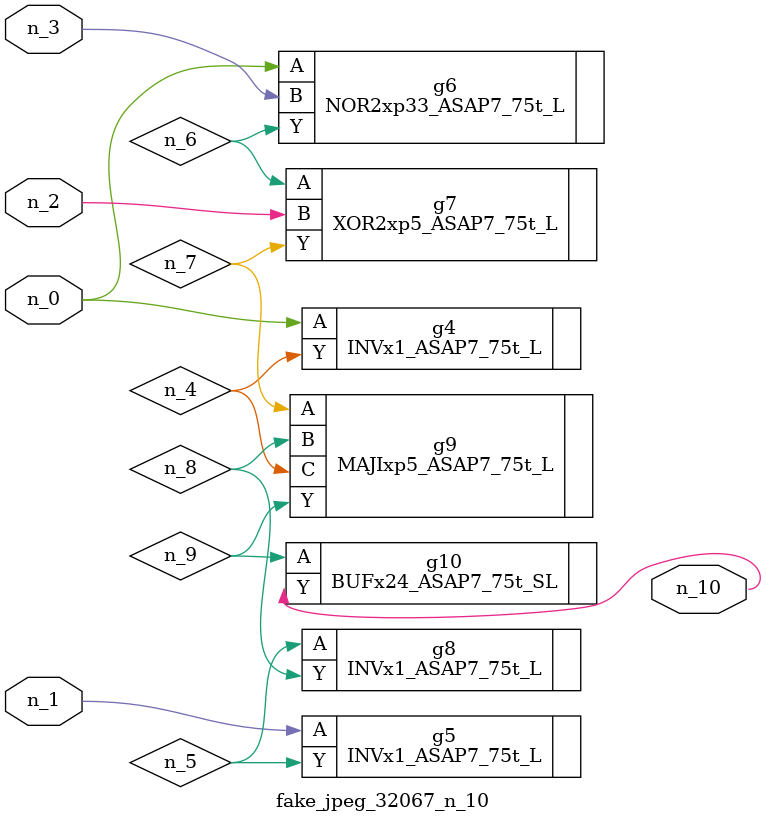
<source format=v>
module fake_jpeg_32067_n_10 (n_0, n_3, n_2, n_1, n_10);

input n_0;
input n_3;
input n_2;
input n_1;

output n_10;

wire n_4;
wire n_8;
wire n_9;
wire n_6;
wire n_5;
wire n_7;

INVx1_ASAP7_75t_L g4 ( 
.A(n_0),
.Y(n_4)
);

INVx1_ASAP7_75t_L g5 ( 
.A(n_1),
.Y(n_5)
);

NOR2xp33_ASAP7_75t_L g6 ( 
.A(n_0),
.B(n_3),
.Y(n_6)
);

XOR2xp5_ASAP7_75t_L g7 ( 
.A(n_6),
.B(n_2),
.Y(n_7)
);

MAJIxp5_ASAP7_75t_L g9 ( 
.A(n_7),
.B(n_8),
.C(n_4),
.Y(n_9)
);

INVx1_ASAP7_75t_L g8 ( 
.A(n_5),
.Y(n_8)
);

BUFx24_ASAP7_75t_SL g10 ( 
.A(n_9),
.Y(n_10)
);


endmodule
</source>
